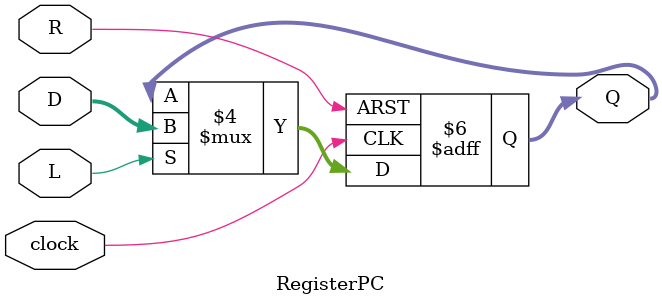
<source format=v>

module programcounter(PC, PC4, in, PS, clock, reset);
input [63:0]in;
input [1:0]PS; 

// Program counter function Select bits
// PS
// 00 - PC <= PC
// 01 - PC <= PC+4
// 10 - PC <= in
// 11 - PC <= PC+in*4
input clock, reset;
output [63:0]PC;
output[63:0]PC4;
wire load_PC;
wire [63:0] PC_in; // input to program counter / output from mux
wire [63:0] AdderOut; // output of offeset adderwire load_PC;

assign load_PC = 1'b1;
assign PC4 = PC + 4096; // +4 adder
assign AdderOut = PC + {in[51:0], 12'b0}; //branch to PC = 1 + K
Mux4to1Nbit PC_Mux (PC_in, PS, PC, PC4, in, AdderOut);
defparam PC_Mux.N = 64;

RegisterPC PC_Reg (PC, PC_in, load_PC, reset, clock);

endmodule

module RegisterPC(Q, D, L, R, clock);
	output reg [63:0]Q; // registered output
	input [63:0]D; // data input
	input L; // load
	input R; // positive edge reset
	input clock;
	
	always @(posedge clock or negedge R) begin
		if(~R)
			Q <= 64'hFFF;
		else if(L)
			Q <= D;
		else
			Q <= Q;
	end
endmodule



</source>
